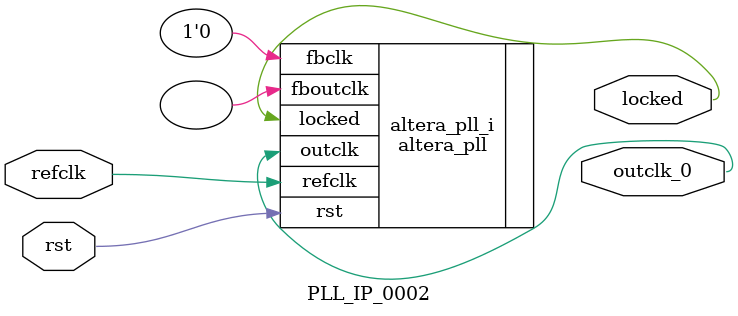
<source format=v>
`timescale 1ns/10ps
module  PLL_IP_0002(

	// interface 'refclk'
	input wire refclk,

	// interface 'reset'
	input wire rst,

	// interface 'outclk0'
	output wire outclk_0,

	// interface 'locked'
	output wire locked
);

	altera_pll #(
		.fractional_vco_multiplier("false"),
		.reference_clock_frequency("50.0 MHz"),
		.operation_mode("lvds"),
		.number_of_clocks(1),
		.output_clock_frequency0("8.000000 MHz"),
		.phase_shift0("0 ps"),
		.duty_cycle0(50),
		.output_clock_frequency1("0 MHz"),
		.phase_shift1("0 ps"),
		.duty_cycle1(50),
		.output_clock_frequency2("0 MHz"),
		.phase_shift2("0 ps"),
		.duty_cycle2(50),
		.output_clock_frequency3("0 MHz"),
		.phase_shift3("0 ps"),
		.duty_cycle3(50),
		.output_clock_frequency4("0 MHz"),
		.phase_shift4("0 ps"),
		.duty_cycle4(50),
		.output_clock_frequency5("0 MHz"),
		.phase_shift5("0 ps"),
		.duty_cycle5(50),
		.output_clock_frequency6("0 MHz"),
		.phase_shift6("0 ps"),
		.duty_cycle6(50),
		.output_clock_frequency7("0 MHz"),
		.phase_shift7("0 ps"),
		.duty_cycle7(50),
		.output_clock_frequency8("0 MHz"),
		.phase_shift8("0 ps"),
		.duty_cycle8(50),
		.output_clock_frequency9("0 MHz"),
		.phase_shift9("0 ps"),
		.duty_cycle9(50),
		.output_clock_frequency10("0 MHz"),
		.phase_shift10("0 ps"),
		.duty_cycle10(50),
		.output_clock_frequency11("0 MHz"),
		.phase_shift11("0 ps"),
		.duty_cycle11(50),
		.output_clock_frequency12("0 MHz"),
		.phase_shift12("0 ps"),
		.duty_cycle12(50),
		.output_clock_frequency13("0 MHz"),
		.phase_shift13("0 ps"),
		.duty_cycle13(50),
		.output_clock_frequency14("0 MHz"),
		.phase_shift14("0 ps"),
		.duty_cycle14(50),
		.output_clock_frequency15("0 MHz"),
		.phase_shift15("0 ps"),
		.duty_cycle15(50),
		.output_clock_frequency16("0 MHz"),
		.phase_shift16("0 ps"),
		.duty_cycle16(50),
		.output_clock_frequency17("0 MHz"),
		.phase_shift17("0 ps"),
		.duty_cycle17(50),
		.pll_type("General"),
		.pll_subtype("General")
	) altera_pll_i (
		.rst	(rst),
		.outclk	({outclk_0}),
		.locked	(locked),
		.fboutclk	( ),
		.fbclk	(1'b0),
		.refclk	(refclk)
	);
endmodule


</source>
